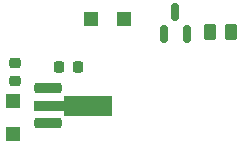
<source format=gbr>
%TF.GenerationSoftware,KiCad,Pcbnew,8.0.1*%
%TF.CreationDate,2024-12-19T13:08:11+01:00*%
%TF.ProjectId,on_off_switch,6f6e5f6f-6666-45f7-9377-697463682e6b,rev?*%
%TF.SameCoordinates,Original*%
%TF.FileFunction,Paste,Top*%
%TF.FilePolarity,Positive*%
%FSLAX46Y46*%
G04 Gerber Fmt 4.6, Leading zero omitted, Abs format (unit mm)*
G04 Created by KiCad (PCBNEW 8.0.1) date 2024-12-19 13:08:11*
%MOMM*%
%LPD*%
G01*
G04 APERTURE LIST*
G04 Aperture macros list*
%AMRoundRect*
0 Rectangle with rounded corners*
0 $1 Rounding radius*
0 $2 $3 $4 $5 $6 $7 $8 $9 X,Y pos of 4 corners*
0 Add a 4 corners polygon primitive as box body*
4,1,4,$2,$3,$4,$5,$6,$7,$8,$9,$2,$3,0*
0 Add four circle primitives for the rounded corners*
1,1,$1+$1,$2,$3*
1,1,$1+$1,$4,$5*
1,1,$1+$1,$6,$7*
1,1,$1+$1,$8,$9*
0 Add four rect primitives between the rounded corners*
20,1,$1+$1,$2,$3,$4,$5,0*
20,1,$1+$1,$4,$5,$6,$7,0*
20,1,$1+$1,$6,$7,$8,$9,0*
20,1,$1+$1,$8,$9,$2,$3,0*%
%AMFreePoly0*
4,1,9,5.362500,-0.866500,1.237500,-0.866500,1.237500,-0.450000,-1.237500,-0.450000,-1.237500,0.450000,1.237500,0.450000,1.237500,0.866500,5.362500,0.866500,5.362500,-0.866500,5.362500,-0.866500,$1*%
G04 Aperture macros list end*
%ADD10RoundRect,0.250000X0.262500X0.450000X-0.262500X0.450000X-0.262500X-0.450000X0.262500X-0.450000X0*%
%ADD11RoundRect,0.150000X0.150000X-0.587500X0.150000X0.587500X-0.150000X0.587500X-0.150000X-0.587500X0*%
%ADD12RoundRect,0.225000X0.250000X-0.225000X0.250000X0.225000X-0.250000X0.225000X-0.250000X-0.225000X0*%
%ADD13RoundRect,0.225000X-0.925000X-0.225000X0.925000X-0.225000X0.925000X0.225000X-0.925000X0.225000X0*%
%ADD14FreePoly0,0.000000*%
%ADD15RoundRect,0.225000X0.225000X0.250000X-0.225000X0.250000X-0.225000X-0.250000X0.225000X-0.250000X0*%
%ADD16R,1.200000X1.200000*%
G04 APERTURE END LIST*
D10*
%TO.C,R1*%
X140222500Y-60240000D03*
X138397500Y-60240000D03*
%TD*%
D11*
%TO.C,Q1*%
X134540000Y-60405000D03*
X136440000Y-60405000D03*
X135490000Y-58530000D03*
%TD*%
D12*
%TO.C,C1*%
X121950000Y-64355000D03*
X121950000Y-62805000D03*
%TD*%
D13*
%TO.C,U2*%
X124740000Y-64930000D03*
D14*
X124827500Y-66430000D03*
D13*
X124740000Y-67930000D03*
%TD*%
D15*
%TO.C,C2*%
X127225000Y-63160000D03*
X125675000Y-63160000D03*
%TD*%
D16*
%TO.C,D2*%
X121730000Y-66080000D03*
X121730000Y-68880000D03*
%TD*%
%TO.C,D1*%
X128350000Y-59110000D03*
X131150000Y-59110000D03*
%TD*%
M02*

</source>
